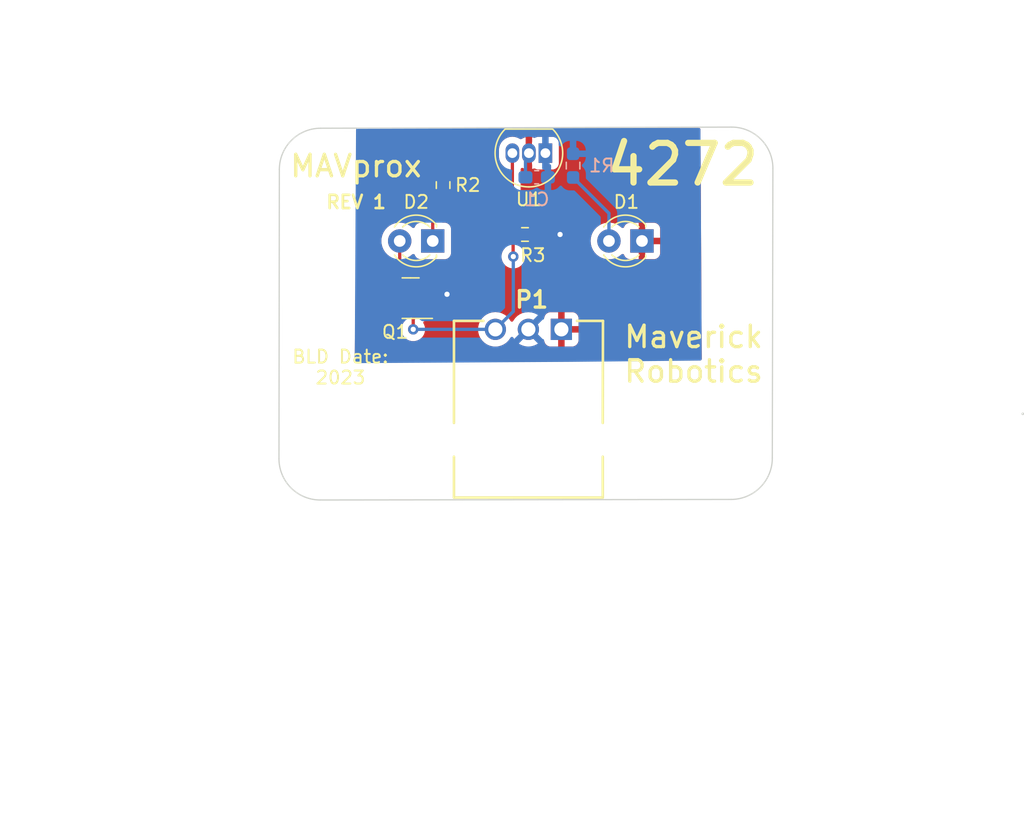
<source format=kicad_pcb>
(kicad_pcb (version 20221018) (generator pcbnew)
  (layers (0 "F.Cu" signal) (31 "B.Cu" signal) (34 "B.Paste" user) (35 "F.Paste" user) (36 "B.SilkS" user "B.Silkscreen") (37 "F.SilkS" user "F.Silkscreen") (38 "B.Mask" user) (39 "F.Mask" user) (44 "Edge.Cuts" user))
  (net 0 "")
  (net 1 "+3.3V")
  (net 2 "GND")
  (net 3 "Net-(D2-A)")
  (net 4 "Net-(Q1-G)")
  (net 5 "Net-(D2-K)")
  (net 6 "Net-(D1-A)")
  (footprint "LED_THT:LED_D3.0mm" (layer "F.Cu") (at 161.065 56.875 180)
    (fp_text reference "D1" (at 1.2 3) (layer "F.SilkS"))
    (fp_text value "LED")
    (fp_line (start -0.29 -1.236) (end -0.29 -1.08) (stroke (width 0.12)) (layer "F.SilkS"))
    (fp_line (start -0.29 1.08) (end -0.29 1.236) (stroke (width 0.12)) (layer "F.SilkS"))
    (fp_arc (start -0.29 -1.235516) (mid 1.366487 -1.987659) (end 2.942335 -1.078608) (stroke (width 0.12)) (layer "F.SilkS"))
    (fp_arc (start 0.229039 -1.08) (mid 1.270117 -1.5) (end 2.31113 -1.079837) (stroke (width 0.12)) (layer "F.SilkS"))
    (fp_arc (start 2.31113 1.079837) (mid 1.270117 1.5) (end 0.229039 1.08) (stroke (width 0.12)) (layer "F.SilkS"))
    (fp_arc (start 2.942335 1.078608) (mid 1.366487 1.987659) (end -0.29 1.235516) (stroke (width 0.12)) (layer "F.SilkS"))
    (pad "1" thru_hole rect (at 0 0 180) (size 1.8 1.8) (drill 0.9) (layers "*.Cu" "*.Mask") (net 2 "GND"))
    (pad "2" thru_hole circle (at 2.54 0 180) (size 1.8 1.8) (drill 0.9) (layers "*.Cu" "*.Mask") (net 6 "Net-(D1-A)"))
  )
  (footprint "LED_THT:LED_D3.0mm" (layer "F.Cu") (at 144.965 56.875 180)
    (fp_text reference "D2" (at 1.27 3) (layer "F.SilkS"))
    (fp_text value "LED")
    (fp_line (start -0.29 -1.236) (end -0.29 -1.08) (stroke (width 0.12)) (layer "F.SilkS"))
    (fp_line (start -0.29 1.08) (end -0.29 1.236) (stroke (width 0.12)) (layer "F.SilkS"))
    (fp_arc (start -0.29 -1.235516) (mid 1.366487 -1.987659) (end 2.942335 -1.078608) (stroke (width 0.12)) (layer "F.SilkS"))
    (fp_arc (start 0.229039 -1.08) (mid 1.270117 -1.5) (end 2.31113 -1.079837) (stroke (width 0.12)) (layer "F.SilkS"))
    (fp_arc (start 2.31113 1.079837) (mid 1.270117 1.5) (end 0.229039 1.08) (stroke (width 0.12)) (layer "F.SilkS"))
    (fp_arc (start 2.942335 1.078608) (mid 1.366487 1.987659) (end -0.29 1.235516) (stroke (width 0.12)) (layer "F.SilkS"))
    (pad "1" thru_hole rect (at 0 0 180) (size 1.8 1.8) (drill 0.9) (layers "*.Cu" "*.Mask") (net 5 "Net-(D2-K)"))
    (pad "2" thru_hole circle (at 2.54 0 180) (size 1.8 1.8) (drill 0.9) (layers "*.Cu" "*.Mask") (net 3 "Net-(D2-A)"))
  )
  (footprint "Package_TO_SOT_SMD:SOT-23" (layer "F.Cu") (at 143.265 61.275 180)
    (fp_text reference "Q1" (at 1.2 -2.6 -360) (layer "F.SilkS"))
    (fp_text value "FDN340P")
    (fp_line (start 0 -1.56) (end -1.675 -1.56) (stroke (width 0.12)) (layer "F.SilkS"))
    (fp_line (start 0 -1.56) (end 0.65 -1.56) (stroke (width 0.12)) (layer "F.SilkS"))
    (fp_line (start 0 1.56) (end -0.65 1.56) (stroke (width 0.12)) (layer "F.SilkS"))
    (fp_line (start 0 1.56) (end 0.65 1.56) (stroke (width 0.12)) (layer "F.SilkS"))
    (pad "1" smd roundrect (at -0.9375 -0.95 180) (size 1.475 0.6) (layers "F.Cu" "F.Paste" "F.Mask") (net 4 "Net-(Q1-G)"))
    (pad "2" smd roundrect (at -0.9375 0.95 180) (size 1.475 0.6) (layers "F.Cu" "F.Paste" "F.Mask") (net 1 "+3.3V"))
    (pad "3" smd roundrect (at 0.9375 0 180) (size 1.475 0.6) (layers "F.Cu" "F.Paste" "F.Mask") (net 3 "Net-(D2-A)"))
  )
  (footprint "Resistor_SMD:R_0603_1608Metric_Pad0.98x0.95mm_HandSolder" (layer "F.Cu") (at 145.765 52.575 90)
    (fp_text reference "R2" (at 0 1.9 180) (layer "F.SilkS"))
    (fp_text value "137")
    (fp_line (start -0.254724 -0.5225) (end 0.254724 -0.5225) (stroke (width 0.12)) (layer "F.SilkS"))
    (fp_line (start -0.254724 0.5225) (end 0.254724 0.5225) (stroke (width 0.12)) (layer "F.SilkS"))
    (pad "1" smd roundrect (at -0.9125 0 90) (size 0.975 0.95) (layers "F.Cu" "F.Paste" "F.Mask") (net 5 "Net-(D2-K)"))
    (pad "2" smd roundrect (at 0.9125 0 90) (size 0.975 0.95) (layers "F.Cu" "F.Paste" "F.Mask") (net 2 "GND"))
  )
  (footprint "Package_TO_SOT_THT:TO-92_Inline" (layer "F.Cu") (at 153.635 50.115 180)
    (fp_text reference "U1" (at 1.27 -3.56) (layer "F.SilkS"))
    (fp_text value "DRV5033FAxLPG")
    (fp_line (start -0.53 1.85) (end 3.07 1.85) (stroke (width 0.12)) (layer "F.SilkS"))
    (fp_arc (start -0.568478 1.838478) (mid -1.132087 -0.994977) (end 1.27 -2.6) (stroke (width 0.12)) (layer "F.SilkS"))
    (fp_arc (start 1.27 -2.6) (mid 3.672087 -0.994977) (end 3.108478 1.838478) (stroke (width 0.12)) (layer "F.SilkS"))
    (pad "1" thru_hole rect (at 0 0 180) (size 1.05 1.5) (drill 0.75) (layers "*.Cu" "*.Mask") (net 1 "+3.3V"))
    (pad "2" thru_hole oval (at 1.27 0 180) (size 1.05 1.5) (drill 0.75) (layers "*.Cu" "*.Mask") (net 2 "GND"))
    (pad "3" thru_hole oval (at 2.54 0 180) (size 1.05 1.5) (drill 0.75) (layers "*.Cu" "*.Mask") (net 4 "Net-(Q1-G)"))
  )
  (footprint "Library Loader:705550037" (layer "F.Cu") (at 154.865 63.675)
    (fp_text reference "P1" (at -2.286 -2.286) (layer "F.SilkS") (effects (font (size 1.27 1.27) (thickness 0.254))))
    (fp_text value "15-91-7030" hide)
    (fp_line (start -8.265 -0.65) (end -6 -0.65) (stroke (width 0.2)) (layer "F.SilkS"))
    (fp_line (start -8.265 7.2) (end -8.265 -0.65) (stroke (width 0.2)) (layer "F.SilkS"))
    (fp_line (start -8.265 12.94) (end -8.265 9.8) (stroke (width 0.2)) (layer "F.SilkS"))
    (fp_line (start 1.2 -0.65) (end 3.2 -0.65) (stroke (width 0.2)) (layer "F.SilkS"))
    (fp_line (start 3.185 9.8) (end 3.185 12.94) (stroke (width 0.2)) (layer "F.SilkS"))
    (fp_line (start 3.185 12.94) (end -8.265 12.94) (stroke (width 0.2)) (layer "F.SilkS"))
    (fp_line (start 3.2 -0.65) (end 3.185 7.2) (stroke (width 0.2)) (layer "F.SilkS"))
    (pad "" np_thru_hole circle (at -6.48 8.64) (size 0.001 0.001) (drill 3.4) (layers "*.Cu" "*.Mask"))
    (pad "" np_thru_hole circle (at 1.4 8.64) (size 0.001 0.001) (drill 3.4) (layers "*.Cu" "*.Mask"))
    (pad "1" thru_hole rect (at 0 0) (size 1.635 1.635) (drill 1.09) (layers "*.Cu" "*.Mask") (net 2 "GND"))
    (pad "2" thru_hole circle (at -2.54 0) (size 1.635 1.635) (drill 1.09) (layers "*.Cu" "*.Mask") (net 1 "+3.3V"))
    (pad "3" thru_hole circle (at -5.08 0) (size 1.635 1.635) (drill 1.09) (layers "*.Cu" "*.Mask") (net 4 "Net-(Q1-G)"))
  )
  (footprint "MountingHole:MountingHole_3.5mm" (layer "F.Cu") (at 165.1 71.875)
    (fp_text reference "REF**" hide)
    (fp_text value "MountingHole_3.5mm")
    (pad "" np_thru_hole circle (at 0 0) (size 3.5 3.5) (drill 3.5) (layers "*.Cu" "*.Mask"))
  )
  (footprint "Resistor_SMD:R_0603_1608Metric_Pad0.98x0.95mm_HandSolder" (layer "F.Cu") (at 152.065 56.375)
    (fp_text reference "R3" (at 0.6 1.6) (layer "F.SilkS"))
    (fp_text value "100K")
    (fp_line (start -0.254724 -0.5225) (end 0.254724 -0.5225) (stroke (width 0.12)) (layer "F.SilkS"))
    (fp_line (start -0.254724 0.5225) (end 0.254724 0.5225) (stroke (width 0.12)) (layer "F.SilkS"))
    (pad "1" smd roundrect (at -0.9125 0) (size 0.975 0.95) (layers "F.Cu" "F.Paste" "F.Mask") (net 4 "Net-(Q1-G)"))
    (pad "2" smd roundrect (at 0.9125 0) (size 0.975 0.95) (layers "F.Cu" "F.Paste" "F.Mask") (net 1 "+3.3V"))
  )
  (footprint "MountingHole:MountingHole_3.5mm" (layer "F.Cu") (at 139.7 71.875)
    (fp_text reference "REF**" hide)
    (fp_text value "MountingHole_3.5mm")
    (pad "" np_thru_hole circle (at 0 0) (size 3.5 3.5) (drill 3.5) (layers "*.Cu" "*.Mask"))
  )
  (footprint "Resistor_SMD:R_0603_1608Metric_Pad0.98x0.95mm_HandSolder" (layer "B.Cu") (at 155.765 51.075 -90)
    (fp_text reference "R1" (at 0 -2.2 -180) (layer "B.SilkS") (effects (justify mirror)))
    (fp_text value "137")
    (fp_line (start -0.254724 -0.5225) (end 0.254724 -0.5225) (stroke (width 0.12)) (layer "B.SilkS"))
    (fp_line (start -0.254724 0.5225) (end 0.254724 0.5225) (stroke (width 0.12)) (layer "B.SilkS"))
    (pad "1" smd roundrect (at -0.9125 0 270) (size 0.975 0.95) (layers "B.Cu" "B.Paste" "B.Mask") (net 1 "+3.3V"))
    (pad "2" smd roundrect (at 0.9125 0 270) (size 0.975 0.95) (layers "B.Cu" "B.Paste" "B.Mask") (net 6 "Net-(D1-A)"))
  )
  (footprint "Capacitor_SMD:C_0603_1608Metric_Pad1.08x0.95mm_HandSolder" (layer "B.Cu") (at 152.965 51.975 180)
    (fp_text reference "C1" (at 0 -1.7 180) (layer "B.SilkS") (effects (justify mirror)))
    (fp_text value "100nF")
    (fp_line (start -0.146267 -0.51) (end 0.146267 -0.51) (stroke (width 0.12)) (layer "B.SilkS"))
    (fp_line (start -0.146267 0.51) (end 0.146267 0.51) (stroke (width 0.12)) (layer "B.SilkS"))
    (pad "1" smd roundrect (at -0.8625 0 180) (size 1.075 0.95) (layers "B.Cu" "B.Paste" "B.Mask") (net 1 "+3.3V"))
    (pad "2" smd roundrect (at 0.8625 0 180) (size 1.075 0.95) (layers "B.Cu" "B.Paste" "B.Mask") (net 2 "GND"))
  )
  (gr_arc (start 171.094936 73.5875) (mid 170.165 75.832564) (end 167.919936 76.7625) (stroke (width 0.1)) (layer "Edge.Cuts"))
  (gr_line (start 190.365 70.175) (end 190.365 70.175) (stroke (width 0.2)) (layer "Edge.Cuts"))
  (gr_arc (start 133.165 51.375) (mid 134.094936 49.129936) (end 136.34 48.2) (stroke (width 0.1)) (layer "Edge.Cuts"))
  (gr_arc (start 136.310064 76.804936) (mid 134.065 75.875) (end 133.135064 73.629936) (stroke (width 0.1)) (layer "Edge.Cuts"))
  (gr_arc (start 167.965 48.1125) (mid 170.210064 49.042436) (end 171.14 51.2875) (stroke (width 0.1)) (layer "Edge.Cuts"))
  (gr_line (start 133.165 51.375) (end 133.135064 73.629936) (stroke (width 0.1)) (layer "Edge.Cuts"))
  (gr_line (start 136.34 48.2) (end 167.965 48.1125) (stroke (width 0.1)) (layer "Edge.Cuts"))
  (gr_line (start 167.919936 76.7625) (end 136.310064 76.804936) (stroke (width 0.1)) (layer "Edge.Cuts"))
  (gr_line (start 171.14 51.2875) (end 171.094936 73.5875) (stroke (width 0.1)) (layer "Edge.Cuts"))
  (gr_text "MAVprox" (at 133.865 52.075) (layer "F.SilkS") (effects (font (size 1.651 1.651) (thickness 0.254)) (justify left bottom)))
  (gr_text "BLD Date:\n2023" (at 137.865 67.975) (layer "F.SilkS") (effects (font (size 1 1)) (justify bottom)))
  (gr_text "REV 1" (at 136.665 54.475) (layer "F.SilkS") (effects (font (size 1.016 1.016) (thickness 0.2032) bold) (justify left bottom)))
  (gr_text "4272" (at 158.065 52.775) (layer "F.SilkS") (effects (font (size 3.048 3.048) (thickness 0.4826)) (justify left bottom)))
  (gr_text "Maverick \nRobotics" (at 159.565 67.875) (layer "F.SilkS") (effects (font (size 1.651 1.651) (thickness 0.254)) (justify left bottom)))
  (segment (start 144.2025 60.325) (end 145.315 60.325) (width 0.25) (layer "F.Cu") (net 1))
  (segment (start 145.315 60.325) (end 145.965 60.975) (width 0.25) (layer "F.Cu") (net 1))
  (segment (start 154.765 56.375) (end 152.9775 56.375) (width 0.25) (layer "F.Cu") (net 1))
  (segment (start 145.965 60.975) (end 146.065 60.975) (width 0.25) (layer "F.Cu") (net 1))
  (via (at 154.765 56.375) (size 0.8) (drill 0.4) (layers "F.Cu" "B.Cu") (net 1))
  (via (at 146.065 60.975) (size 0.8) (drill 0.4) (layers "F.Cu" "B.Cu") (net 1))
  (segment (start 153.8275 50.3075) (end 153.635 50.115) (width 0.25) (layer "B.Cu") (net 1))
  (segment (start 153.8275 51.975) (end 153.8275 50.3075) (width 0.25) (layer "B.Cu") (net 1))
  (segment (start 152.1025 50.3775) (end 152.365 50.115) (width 0.25) (layer "B.Cu") (net 2))
  (segment (start 152.1025 51.975) (end 152.1025 50.3775) (width 0.25) (layer "B.Cu") (net 2))
  (segment (start 142.3275 61.275) (end 142.425 61.1775) (width 0.25) (layer "F.Cu") (net 3))
  (segment (start 142.425 61.1775) (end 142.425 56.875) (width 0.25) (layer "F.Cu") (net 3))
  (segment (start 143.465 62.875) (end 143.465 63.675) (width 0.25) (layer "F.Cu") (net 4))
  (segment (start 151.1525 58.0625) (end 151.165 58.075) (width 0.25) (layer "F.Cu") (net 4))
  (segment (start 144.115 62.225) (end 143.465 62.875) (width 0.25) (layer "F.Cu") (net 4))
  (segment (start 151.095 56.3175) (end 151.095 50.115) (width 0.25) (layer "F.Cu") (net 4))
  (segment (start 151.1525 56.375) (end 151.095 56.3175) (width 0.25) (layer "F.Cu") (net 4))
  (segment (start 151.1525 56.375) (end 151.1525 58.0625) (width 0.25) (layer "F.Cu") (net 4))
  (segment (start 144.2025 62.225) (end 144.115 62.225) (width 0.25) (layer "F.Cu") (net 4))
  (via (at 143.465 63.675) (size 0.8) (drill 0.4) (layers "F.Cu" "B.Cu") (net 4))
  (via (at 151.165 58.075) (size 0.8) (drill 0.4) (layers "F.Cu" "B.Cu") (net 4))
  (segment (start 151.165 62.295) (end 149.785 63.675) (width 0.25) (layer "B.Cu") (net 4))
  (segment (start 149.785 63.675) (end 143.465 63.675) (width 0.25) (layer "B.Cu") (net 4))
  (segment (start 151.165 58.075) (end 151.165 62.295) (width 0.25) (layer "B.Cu") (net 4))
  (segment (start 145.765 53.4875) (end 144.965 54.2875) (width 0.25) (layer "F.Cu") (net 5))
  (segment (start 144.965 54.2875) (end 144.965 56.875) (width 0.25) (layer "F.Cu") (net 5))
  (segment (start 158.525 54.7475) (end 155.765 51.9875) (width 0.25) (layer "B.Cu") (net 6))
  (segment (start 158.525 56.875) (end 158.525 54.7475) (width 0.25) (layer "B.Cu") (net 6))
  (zone (net 2) (net_name "GND") (layer "F.Cu") (connect_pads (clearance 0.508)) (min_thickness 0.25) (fill yes (thermal_gap 0.5) (thermal_bridge_width 0.5))
    (polygon (pts (xy 141.265 48.175) (xy 153.465 48.175) (xy 165.565 48.175) (xy 165.665 66.075) (xy 154.865 66.075) (xy 138.965 66.175) (xy 139.165 48.175)))
  )
  (zone (net 1) (net_name "+3.3V") (layer "B.Cu") (priority 1) (connect_pads (clearance 0.508)) (min_thickness 0.25) (fill yes (thermal_gap 0.5) (thermal_bridge_width 0.5))
    (polygon (pts (xy 139.065 48.175) (xy 152.265 48.175) (xy 165.565 48.175) (xy 165.665 66.075) (xy 155.565 66.175) (xy 138.965 66.275)))
  )
)
</source>
